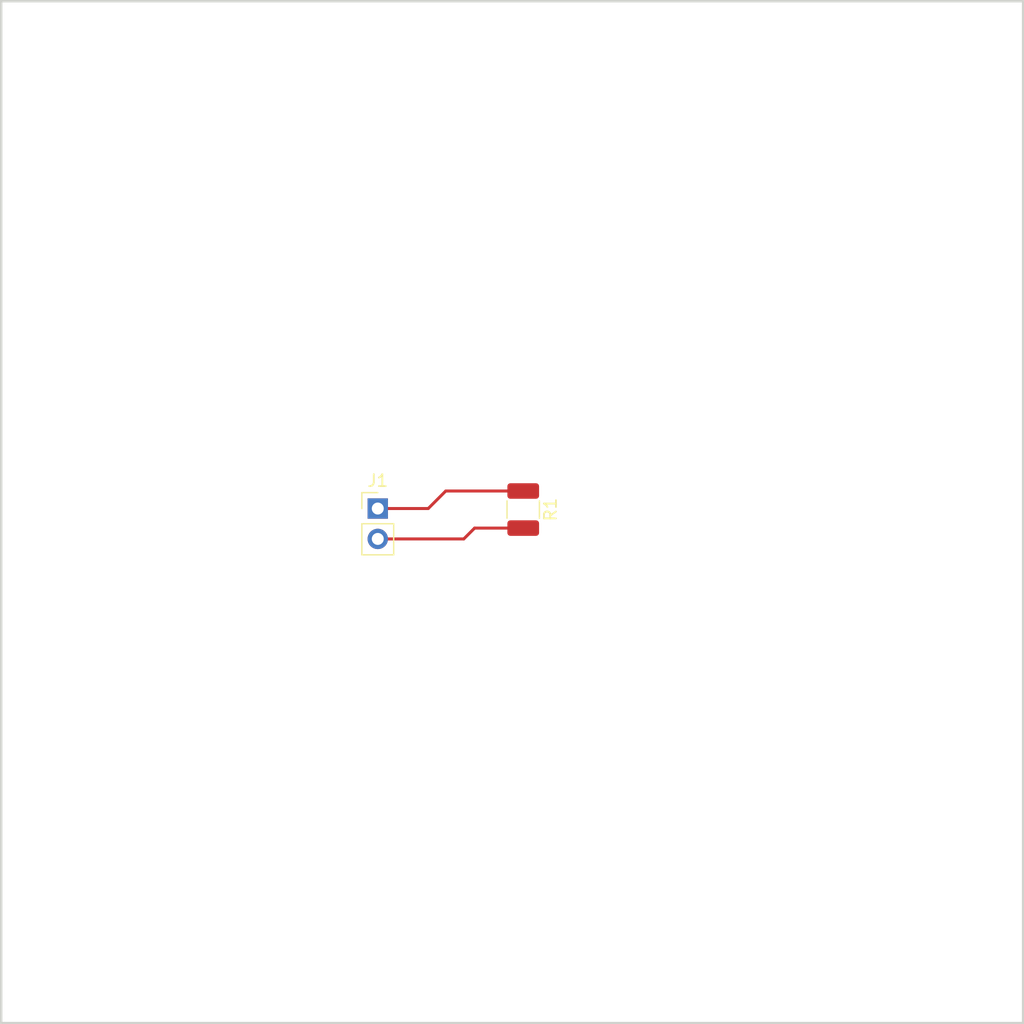
<source format=kicad_pcb>
(kicad_pcb (version 20221018) (generator pcbnew)
  (layers (0 "F.Cu" signal) (31 "B.Cu" signal) (34 "B.Paste" user) (35 "F.Paste" user) (36 "B.SilkS" user "B.Silkscreen") (37 "F.SilkS" user "F.Silkscreen") (38 "B.Mask" user) (39 "F.Mask" user) (44 "Edge.Cuts" user))
  (net 0 "")
  (net 1 "Net-(J1-Pin_1)")
  (net 2 "Net-(J1-Pin_2)")
  (footprint "Resistor_SMD:R_1210_3225Metric_Pad1.30x2.65mm_HandSolder" (layer "F.Cu") (at 109.8296 89.3572 -90)
    (fp_text reference "R1" (at 0 -2.28 90) (layer "F.SilkS"))
    (fp_text value "R")
    (fp_line (start -0.723737 -1.355) (end 0.723737 -1.355) (stroke (width 0.12)) (layer "F.SilkS"))
    (fp_line (start -0.723737 1.355) (end 0.723737 1.355) (stroke (width 0.12)) (layer "F.SilkS"))
    (pad "1" smd roundrect (at -1.55 0 270) (size 1.3 2.65) (layers "F.Cu" "F.Paste" "F.Mask") (roundrect_rratio 0.192308) (net 1 "Net-(J1-Pin_1)"))
    (pad "2" smd roundrect (at 1.55 0 270) (size 1.3 2.65) (layers "F.Cu" "F.Paste" "F.Mask") (roundrect_rratio 0.192308) (net 2 "Net-(J1-Pin_2)"))
  )
  (footprint "Connector_PinHeader_2.54mm:PinHeader_1x02_P2.54mm_Vertical" (layer "F.Cu") (at 97.671 89.2724)
    (fp_text reference "J1" (at 0 -2.33) (layer "F.SilkS"))
    (fp_text value "Conn_01x02_Pin")
    (fp_line (start -1.33 -1.33) (end 0 -1.33) (stroke (width 0.12)) (layer "F.SilkS"))
    (fp_line (start -1.33 0) (end -1.33 -1.33) (stroke (width 0.12)) (layer "F.SilkS"))
    (fp_line (start -1.33 1.27) (end -1.33 3.87) (stroke (width 0.12)) (layer "F.SilkS"))
    (fp_line (start -1.33 1.27) (end 1.33 1.27) (stroke (width 0.12)) (layer "F.SilkS"))
    (fp_line (start -1.33 3.87) (end 1.33 3.87) (stroke (width 0.12)) (layer "F.SilkS"))
    (fp_line (start 1.33 1.27) (end 1.33 3.87) (stroke (width 0.12)) (layer "F.SilkS"))
    (pad "1" thru_hole rect (at 0 0) (size 1.7 1.7) (drill 1) (layers "*.Cu" "*.Mask") (net 1 "Net-(J1-Pin_1)"))
    (pad "2" thru_hole oval (at 0 2.54) (size 1.7 1.7) (drill 1) (layers "*.Cu" "*.Mask") (net 2 "Net-(J1-Pin_2)"))
  )
  (gr_rect (start 66.1924 46.863) (end 151.6126 132.2832) (stroke (width 0.2)) (fill none) (layer "Edge.Cuts"))
  (segment (start 101.888 89.2724) (end 103.3532 87.8072) (width 0.25) (layer "F.Cu") (net 1))
  (segment (start 97.671 89.2724) (end 101.888 89.2724) (width 0.25) (layer "F.Cu") (net 1))
  (segment (start 103.3532 87.8072) (end 109.8296 87.8072) (width 0.25) (layer "F.Cu") (net 1))
  (segment (start 97.671 91.8124) (end 104.8598 91.8124) (width 0.25) (layer "F.Cu") (net 2))
  (segment (start 105.765 90.9072) (end 109.8296 90.9072) (width 0.25) (layer "F.Cu") (net 2))
  (segment (start 104.8598 91.8124) (end 105.765 90.9072) (width 0.25) (layer "F.Cu") (net 2))
)
</source>
